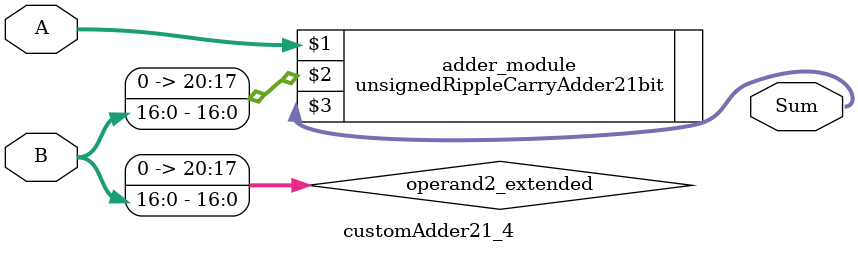
<source format=v>

module customAdder21_4(
                    input [20 : 0] A,
                    input [16 : 0] B,
                    
                    output [21 : 0] Sum
            );

    wire [20 : 0] operand2_extended;
    
    assign operand2_extended =  {4'b0, B};
    
    unsignedRippleCarryAdder21bit adder_module(
        A,
        operand2_extended,
        Sum
    );
    
endmodule
        
</source>
